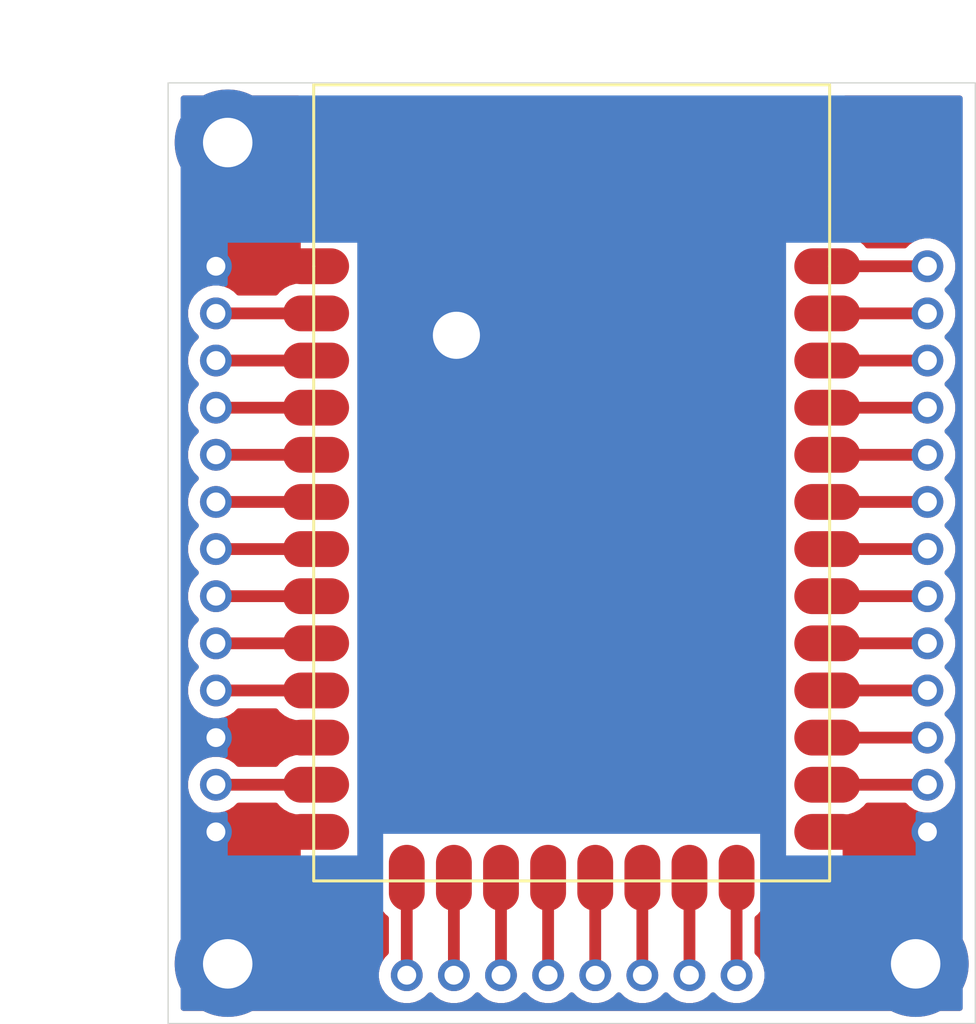
<source format=kicad_pcb>
(kicad_pcb (version 20171130) (host pcbnew "(5.1.6)-1")

  (general
    (thickness 1.6)
    (drawings 6)
    (tracks 68)
    (zones 0)
    (modules 1)
    (nets 32)
  )

  (page A4)
  (layers
    (0 F.Cu signal)
    (31 B.Cu signal)
    (32 B.Adhes user)
    (33 F.Adhes user)
    (34 B.Paste user)
    (35 F.Paste user)
    (36 B.SilkS user)
    (37 F.SilkS user)
    (38 B.Mask user)
    (39 F.Mask user)
    (40 Dwgs.User user)
    (41 Cmts.User user)
    (42 Eco1.User user)
    (43 Eco2.User user)
    (44 Edge.Cuts user)
    (45 Margin user)
    (46 B.CrtYd user)
    (47 F.CrtYd user)
    (48 B.Fab user)
    (49 F.Fab user)
  )

  (setup
    (last_trace_width 0.25)
    (user_trace_width 0.5)
    (trace_clearance 0.2)
    (zone_clearance 0.508)
    (zone_45_only no)
    (trace_min 0.2)
    (via_size 0.8)
    (via_drill 0.4)
    (via_min_size 0.4)
    (via_min_drill 0.3)
    (uvia_size 0.3)
    (uvia_drill 0.1)
    (uvias_allowed no)
    (uvia_min_size 0.2)
    (uvia_min_drill 0.1)
    (edge_width 0.05)
    (segment_width 0.2)
    (pcb_text_width 0.3)
    (pcb_text_size 1.5 1.5)
    (mod_edge_width 0.12)
    (mod_text_size 1 1)
    (mod_text_width 0.15)
    (pad_size 2.8 1.52)
    (pad_drill 0)
    (pad_to_mask_clearance 0.05)
    (aux_axis_origin 0 0)
    (grid_origin 148.7 78.78)
    (visible_elements 7FFFFFFF)
    (pcbplotparams
      (layerselection 0x010e0_ffffffff)
      (usegerberextensions false)
      (usegerberattributes true)
      (usegerberadvancedattributes true)
      (creategerberjobfile false)
      (excludeedgelayer true)
      (linewidth 0.100000)
      (plotframeref false)
      (viasonmask false)
      (mode 1)
      (useauxorigin false)
      (hpglpennumber 1)
      (hpglpenspeed 20)
      (hpglpendiameter 15.000000)
      (psnegative false)
      (psa4output false)
      (plotreference true)
      (plotvalue true)
      (plotinvisibletext false)
      (padsonsilk false)
      (subtractmaskfromsilk false)
      (outputformat 1)
      (mirror false)
      (drillshape 0)
      (scaleselection 1)
      (outputdirectory "gerbers"))
  )

  (net 0 "")
  (net 1 "Net-(U1-Pad21)")
  (net 2 "Net-(U1-Pad20)")
  (net 3 "Net-(U1-Pad19)")
  (net 4 "Net-(U1-Pad18)")
  (net 5 "Net-(U1-Pad17)")
  (net 6 "Net-(U1-Pad16)")
  (net 7 "Net-(U1-Pad15)")
  (net 8 "Net-(U1-Pad14)")
  (net 9 "Net-(U1-Pad34)")
  (net 10 "Net-(U1-Pad33)")
  (net 11 "Net-(U1-Pad32)")
  (net 12 "Net-(U1-Pad31)")
  (net 13 "Net-(U1-Pad30)")
  (net 14 "Net-(U1-Pad29)")
  (net 15 "Net-(U1-Pad28)")
  (net 16 "Net-(U1-Pad27)")
  (net 17 "Net-(U1-Pad26)")
  (net 18 "Net-(U1-Pad25)")
  (net 19 "Net-(U1-Pad24)")
  (net 20 "Net-(U1-Pad23)")
  (net 21 GND)
  (net 22 "Net-(U1-Pad12)")
  (net 23 "Net-(U1-Pad10)")
  (net 24 "Net-(U1-Pad9)")
  (net 25 "Net-(U1-Pad8)")
  (net 26 "Net-(U1-Pad7)")
  (net 27 "Net-(U1-Pad6)")
  (net 28 "Net-(U1-Pad5)")
  (net 29 "Net-(U1-Pad4)")
  (net 30 "Net-(U1-Pad3)")
  (net 31 "Net-(U1-Pad2)")

  (net_class Default "This is the default net class."
    (clearance 0.2)
    (trace_width 0.25)
    (via_dia 0.8)
    (via_drill 0.4)
    (uvia_dia 0.3)
    (uvia_drill 0.1)
    (add_net GND)
    (add_net "Net-(U1-Pad10)")
    (add_net "Net-(U1-Pad12)")
    (add_net "Net-(U1-Pad14)")
    (add_net "Net-(U1-Pad15)")
    (add_net "Net-(U1-Pad16)")
    (add_net "Net-(U1-Pad17)")
    (add_net "Net-(U1-Pad18)")
    (add_net "Net-(U1-Pad19)")
    (add_net "Net-(U1-Pad2)")
    (add_net "Net-(U1-Pad20)")
    (add_net "Net-(U1-Pad21)")
    (add_net "Net-(U1-Pad23)")
    (add_net "Net-(U1-Pad24)")
    (add_net "Net-(U1-Pad25)")
    (add_net "Net-(U1-Pad26)")
    (add_net "Net-(U1-Pad27)")
    (add_net "Net-(U1-Pad28)")
    (add_net "Net-(U1-Pad29)")
    (add_net "Net-(U1-Pad3)")
    (add_net "Net-(U1-Pad30)")
    (add_net "Net-(U1-Pad31)")
    (add_net "Net-(U1-Pad32)")
    (add_net "Net-(U1-Pad33)")
    (add_net "Net-(U1-Pad34)")
    (add_net "Net-(U1-Pad4)")
    (add_net "Net-(U1-Pad5)")
    (add_net "Net-(U1-Pad6)")
    (add_net "Net-(U1-Pad7)")
    (add_net "Net-(U1-Pad8)")
    (add_net "Net-(U1-Pad9)")
  )

  (module DIGI_XBIB:DIGI_XBIB (layer F.Cu) (tedit 602046F6) (tstamp 5FF5555E)
    (at 148.7 78.78)
    (path /5FF5D1D3)
    (fp_text reference U1 (at 0 -5.5) (layer F.SilkS) hide
      (effects (font (size 1 1) (thickness 0.15)))
    )
    (fp_text value XBEE_SX (at 0 -6.5) (layer F.Fab)
      (effects (font (size 1 1) (thickness 0.15)))
    )
    (fp_line (start 17.1 0) (end 17.1 -31.75) (layer F.Fab) (width 0.127))
    (fp_line (start 17.1 -31.75) (end -17.1 -31.75) (layer F.Fab) (width 0.127))
    (fp_line (start -17.1 -31.75) (end -17.1 0) (layer F.Fab) (width 0.127))
    (fp_line (start 17.1 0) (end 17.1 8.102) (layer F.Fab) (width 0.127))
    (fp_line (start 17.1 8.102) (end -17.1 8.102) (layer F.Fab) (width 0.127))
    (fp_line (start -17.1 8.102) (end -17.1 0) (layer F.Fab) (width 0.127))
    (fp_line (start -10.95 -24) (end -10.95 -31.7) (layer F.SilkS) (width 0.127))
    (fp_line (start -10.95 -31.7) (end 10.95 -31.7) (layer F.SilkS) (width 0.127))
    (fp_line (start 10.95 -31.7) (end 10.95 -24) (layer F.SilkS) (width 0.127))
    (fp_line (start -10.95 -24) (end -10.95 2.08) (layer F.SilkS) (width 0.127))
    (fp_line (start -10.95 2.08) (end 10.95 2.08) (layer F.SilkS) (width 0.127))
    (fp_line (start 10.95 2.08) (end 10.95 -24) (layer F.SilkS) (width 0.127))
    (pad M thru_hole rect (at -4.8925 -21.0705) (size 2.79 2.79) (drill 2) (layers *.Cu *.Mask)
      (net 21 GND))
    (pad 21 smd oval (at 7 1.95) (size 1.52 2.8) (layers F.Cu F.Paste F.Mask)
      (net 1 "Net-(U1-Pad21)"))
    (pad 20 smd oval (at 5 1.95) (size 1.52 2.8) (layers F.Cu F.Paste F.Mask)
      (net 2 "Net-(U1-Pad20)"))
    (pad 19 smd oval (at 3 1.95) (size 1.52 2.8) (layers F.Cu F.Paste F.Mask)
      (net 3 "Net-(U1-Pad19)"))
    (pad 18 smd oval (at 1 1.95) (size 1.52 2.8) (layers F.Cu F.Paste F.Mask)
      (net 4 "Net-(U1-Pad18)"))
    (pad 17 smd oval (at -1 1.95) (size 1.52 2.8) (layers F.Cu F.Paste F.Mask)
      (net 5 "Net-(U1-Pad17)"))
    (pad 16 smd oval (at -3 1.95) (size 1.52 2.8) (layers F.Cu F.Paste F.Mask)
      (net 6 "Net-(U1-Pad16)"))
    (pad 15 smd oval (at -5 1.95) (size 1.52 2.8) (layers F.Cu F.Paste F.Mask)
      (net 7 "Net-(U1-Pad15)"))
    (pad 14 smd oval (at -7 1.95) (size 1.52 2.8) (layers F.Cu F.Paste F.Mask)
      (net 8 "Net-(U1-Pad14)"))
    (pad 34 smd oval (at 10.85 -24) (size 2.8 1.52) (layers F.Cu F.Paste F.Mask)
      (net 9 "Net-(U1-Pad34)"))
    (pad 33 smd oval (at 10.85 -22) (size 2.8 1.52) (layers F.Cu F.Paste F.Mask)
      (net 10 "Net-(U1-Pad33)"))
    (pad 32 smd oval (at 10.85 -20) (size 2.8 1.52) (layers F.Cu F.Paste F.Mask)
      (net 11 "Net-(U1-Pad32)"))
    (pad 31 smd oval (at 10.85 -18) (size 2.8 1.52) (layers F.Cu F.Paste F.Mask)
      (net 12 "Net-(U1-Pad31)"))
    (pad 30 smd oval (at 10.85 -16) (size 2.8 1.52) (layers F.Cu F.Paste F.Mask)
      (net 13 "Net-(U1-Pad30)"))
    (pad 29 smd oval (at 10.85 -14) (size 2.8 1.52) (layers F.Cu F.Paste F.Mask)
      (net 14 "Net-(U1-Pad29)"))
    (pad 28 smd oval (at 10.85 -12) (size 2.8 1.52) (layers F.Cu F.Paste F.Mask)
      (net 15 "Net-(U1-Pad28)"))
    (pad 27 smd oval (at 10.85 -10) (size 2.8 1.52) (layers F.Cu F.Paste F.Mask)
      (net 16 "Net-(U1-Pad27)"))
    (pad 26 smd oval (at 10.85 -8) (size 2.8 1.52) (layers F.Cu F.Paste F.Mask)
      (net 17 "Net-(U1-Pad26)"))
    (pad 25 smd oval (at 10.85 -6) (size 2.8 1.52) (layers F.Cu F.Paste F.Mask)
      (net 18 "Net-(U1-Pad25)"))
    (pad 24 smd oval (at 10.85 -4) (size 2.8 1.52) (layers F.Cu F.Paste F.Mask)
      (net 19 "Net-(U1-Pad24)"))
    (pad 23 smd oval (at 10.85 -2) (size 2.8 1.52) (layers F.Cu F.Paste F.Mask)
      (net 20 "Net-(U1-Pad23)"))
    (pad 22 smd oval (at 10.85 0) (size 2.8 1.52) (layers F.Cu F.Paste F.Mask)
      (net 21 GND))
    (pad 13 smd oval (at -10.85 0) (size 2.8 1.52) (layers F.Cu F.Paste F.Mask)
      (net 21 GND))
    (pad 12 smd oval (at -10.85 -2) (size 2.8 1.52) (layers F.Cu F.Paste F.Mask)
      (net 22 "Net-(U1-Pad12)"))
    (pad 11 smd oval (at -10.85 -4) (size 2.8 1.52) (layers F.Cu F.Paste F.Mask)
      (net 21 GND))
    (pad 10 smd oval (at -10.85 -6) (size 2.8 1.52) (layers F.Cu F.Paste F.Mask)
      (net 23 "Net-(U1-Pad10)"))
    (pad 9 smd oval (at -10.85 -8) (size 2.8 1.52) (layers F.Cu F.Paste F.Mask)
      (net 24 "Net-(U1-Pad9)"))
    (pad 8 smd oval (at -10.85 -10) (size 2.8 1.52) (layers F.Cu F.Paste F.Mask)
      (net 25 "Net-(U1-Pad8)"))
    (pad 7 smd oval (at -10.85 -12) (size 2.8 1.52) (layers F.Cu F.Paste F.Mask)
      (net 26 "Net-(U1-Pad7)"))
    (pad 6 smd oval (at -10.85 -14) (size 2.8 1.52) (layers F.Cu F.Paste F.Mask)
      (net 27 "Net-(U1-Pad6)"))
    (pad 5 smd oval (at -10.85 -16) (size 2.8 1.52) (layers F.Cu F.Paste F.Mask)
      (net 28 "Net-(U1-Pad5)"))
    (pad 4 smd oval (at -10.85 -18) (size 2.8 1.52) (layers F.Cu F.Paste F.Mask)
      (net 29 "Net-(U1-Pad4)"))
    (pad 3 smd oval (at -10.85 -20) (size 2.8 1.52) (layers F.Cu F.Paste F.Mask)
      (net 30 "Net-(U1-Pad3)"))
    (pad 2 smd oval (at -10.85 -22) (size 2.8 1.52) (layers F.Cu F.Paste F.Mask)
      (net 31 "Net-(U1-Pad2)"))
    (pad 1 smd oval (at -10.85 -24) (size 2.8 1.52) (layers F.Cu F.Paste F.Mask)
      (net 21 GND))
    (pad 1 thru_hole circle (at -15.1 -24) (size 1.35 1.35) (drill 0.8) (layers *.Cu *.Mask)
      (net 21 GND))
    (pad 2 thru_hole circle (at -15.1 -22) (size 1.35 1.35) (drill 0.8) (layers *.Cu *.Mask)
      (net 31 "Net-(U1-Pad2)"))
    (pad 3 thru_hole circle (at -15.1 -20) (size 1.35 1.35) (drill 0.8) (layers *.Cu *.Mask)
      (net 30 "Net-(U1-Pad3)"))
    (pad 4 thru_hole circle (at -15.1 -18) (size 1.35 1.35) (drill 0.8) (layers *.Cu *.Mask)
      (net 29 "Net-(U1-Pad4)"))
    (pad 5 thru_hole circle (at -15.1 -16) (size 1.35 1.35) (drill 0.8) (layers *.Cu *.Mask)
      (net 28 "Net-(U1-Pad5)"))
    (pad 6 thru_hole circle (at -15.1 -14) (size 1.35 1.35) (drill 0.8) (layers *.Cu *.Mask)
      (net 27 "Net-(U1-Pad6)"))
    (pad 7 thru_hole circle (at -15.1 -12) (size 1.35 1.35) (drill 0.8) (layers *.Cu *.Mask)
      (net 26 "Net-(U1-Pad7)"))
    (pad 8 thru_hole circle (at -15.1 -10) (size 1.35 1.35) (drill 0.8) (layers *.Cu *.Mask)
      (net 25 "Net-(U1-Pad8)"))
    (pad 9 thru_hole circle (at -15.1 -8) (size 1.35 1.35) (drill 0.8) (layers *.Cu *.Mask)
      (net 24 "Net-(U1-Pad9)"))
    (pad 10 thru_hole circle (at -15.1 -6) (size 1.35 1.35) (drill 0.8) (layers *.Cu *.Mask)
      (net 23 "Net-(U1-Pad10)"))
    (pad 11 thru_hole circle (at -15.1 -4) (size 1.35 1.35) (drill 0.8) (layers *.Cu *.Mask)
      (net 21 GND))
    (pad 12 thru_hole circle (at -15.1 -2) (size 1.35 1.35) (drill 0.8) (layers *.Cu *.Mask)
      (net 22 "Net-(U1-Pad12)"))
    (pad 13 thru_hole circle (at -15.1 0) (size 1.35 1.35) (drill 0.8) (layers *.Cu *.Mask)
      (net 21 GND))
    (pad 14 thru_hole circle (at -7 6.082) (size 1.35 1.35) (drill 0.8) (layers *.Cu *.Mask)
      (net 8 "Net-(U1-Pad14)"))
    (pad 15 thru_hole circle (at -5 6.082) (size 1.35 1.35) (drill 0.8) (layers *.Cu *.Mask)
      (net 7 "Net-(U1-Pad15)"))
    (pad 16 thru_hole circle (at -3 6.082) (size 1.35 1.35) (drill 0.8) (layers *.Cu *.Mask)
      (net 6 "Net-(U1-Pad16)"))
    (pad 17 thru_hole circle (at -1 6.082) (size 1.35 1.35) (drill 0.8) (layers *.Cu *.Mask)
      (net 5 "Net-(U1-Pad17)"))
    (pad 18 thru_hole circle (at 1 6.082) (size 1.35 1.35) (drill 0.8) (layers *.Cu *.Mask)
      (net 4 "Net-(U1-Pad18)"))
    (pad 19 thru_hole circle (at 3 6.082) (size 1.35 1.35) (drill 0.8) (layers *.Cu *.Mask)
      (net 3 "Net-(U1-Pad19)"))
    (pad 20 thru_hole circle (at 5 6.082) (size 1.35 1.35) (drill 0.8) (layers *.Cu *.Mask)
      (net 2 "Net-(U1-Pad20)"))
    (pad 21 thru_hole circle (at 7 6.082) (size 1.35 1.35) (drill 0.8) (layers *.Cu *.Mask)
      (net 1 "Net-(U1-Pad21)"))
    (pad 22 thru_hole circle (at 15.1 0) (size 1.35 1.35) (drill 0.8) (layers *.Cu *.Mask)
      (net 21 GND))
    (pad 23 thru_hole circle (at 15.1 -2) (size 1.35 1.35) (drill 0.8) (layers *.Cu *.Mask)
      (net 20 "Net-(U1-Pad23)"))
    (pad 24 thru_hole circle (at 15.1 -4) (size 1.35 1.35) (drill 0.8) (layers *.Cu *.Mask)
      (net 19 "Net-(U1-Pad24)"))
    (pad 25 thru_hole circle (at 15.1 -6) (size 1.35 1.35) (drill 0.8) (layers *.Cu *.Mask)
      (net 18 "Net-(U1-Pad25)"))
    (pad 26 thru_hole circle (at 15.1 -8) (size 1.35 1.35) (drill 0.8) (layers *.Cu *.Mask)
      (net 17 "Net-(U1-Pad26)"))
    (pad 27 thru_hole circle (at 15.1 -10) (size 1.35 1.35) (drill 0.8) (layers *.Cu *.Mask)
      (net 16 "Net-(U1-Pad27)"))
    (pad 28 thru_hole circle (at 15.1 -12) (size 1.35 1.35) (drill 0.8) (layers *.Cu *.Mask)
      (net 15 "Net-(U1-Pad28)"))
    (pad 29 thru_hole circle (at 15.1 -14) (size 1.35 1.35) (drill 0.8) (layers *.Cu *.Mask)
      (net 14 "Net-(U1-Pad29)"))
    (pad 30 thru_hole circle (at 15.1 -16) (size 1.35 1.35) (drill 0.8) (layers *.Cu *.Mask)
      (net 13 "Net-(U1-Pad30)"))
    (pad 31 thru_hole circle (at 15.1 -18) (size 1.35 1.35) (drill 0.8) (layers *.Cu *.Mask)
      (net 12 "Net-(U1-Pad31)"))
    (pad 32 thru_hole circle (at 15.1 -20) (size 1.35 1.35) (drill 0.8) (layers *.Cu *.Mask)
      (net 11 "Net-(U1-Pad32)"))
    (pad 33 thru_hole circle (at 15.1 -22) (size 1.35 1.35) (drill 0.8) (layers *.Cu *.Mask)
      (net 10 "Net-(U1-Pad33)"))
    (pad 34 thru_hole circle (at 15.1 -24) (size 1.35 1.35) (drill 0.8) (layers *.Cu *.Mask)
      (net 9 "Net-(U1-Pad34)"))
    (pad M thru_hole circle (at 14.6 5.6) (size 4.5 4.5) (drill 2.1) (layers *.Cu *.Mask)
      (net 21 GND))
    (pad M thru_hole circle (at -14.6 5.6) (size 4.5 4.5) (drill 2.1) (layers *.Cu *.Mask)
      (net 21 GND))
    (pad M thru_hole circle (at -14.6 -29.25) (size 4.5 4.5) (drill 2.1) (layers *.Cu *.Mask)
      (net 21 GND))
    (pad 35 smd oval (at 10.85 -26) (size 2.8 1.52) (layers F.Cu F.Paste F.Mask)
      (net 21 GND))
    (pad 36 smd oval (at 10.85 -28) (size 2.8 1.52) (layers F.Cu F.Paste F.Mask))
    (pad 37 smd oval (at 10.85 -30) (size 2.8 1.52) (layers F.Cu F.Paste F.Mask)
      (net 21 GND))
  )

  (dimension 34.2 (width 0.15) (layer Dwgs.User)
    (gr_text "34.200 mm" (at 148.7 44.18) (layer Dwgs.User)
      (effects (font (size 1 1) (thickness 0.15)))
    )
    (feature1 (pts (xy 165.8 47.03) (xy 165.8 44.893579)))
    (feature2 (pts (xy 131.6 47.03) (xy 131.6 44.893579)))
    (crossbar (pts (xy 131.6 45.48) (xy 165.8 45.48)))
    (arrow1a (pts (xy 165.8 45.48) (xy 164.673496 46.066421)))
    (arrow1b (pts (xy 165.8 45.48) (xy 164.673496 44.893579)))
    (arrow2a (pts (xy 131.6 45.48) (xy 132.726504 46.066421)))
    (arrow2b (pts (xy 131.6 45.48) (xy 132.726504 44.893579)))
  )
  (dimension 39.85 (width 0.15) (layer Dwgs.User)
    (gr_text "39.850 mm" (at 128.1 66.955 270) (layer Dwgs.User)
      (effects (font (size 1 1) (thickness 0.15)))
    )
    (feature1 (pts (xy 131.6 86.88) (xy 128.813579 86.88)))
    (feature2 (pts (xy 131.6 47.03) (xy 128.813579 47.03)))
    (crossbar (pts (xy 129.4 47.03) (xy 129.4 86.88)))
    (arrow1a (pts (xy 129.4 86.88) (xy 128.813579 85.753496)))
    (arrow1b (pts (xy 129.4 86.88) (xy 129.986421 85.753496)))
    (arrow2a (pts (xy 129.4 47.03) (xy 128.813579 48.156504)))
    (arrow2b (pts (xy 129.4 47.03) (xy 129.986421 48.156504)))
  )
  (gr_line (start 131.57 47) (end 165.83 47) (layer Edge.Cuts) (width 0.05) (tstamp 5FF55D67))
  (gr_line (start 131.57 86.91) (end 131.57 47) (layer Edge.Cuts) (width 0.05))
  (gr_line (start 165.83 86.91) (end 131.57 86.91) (layer Edge.Cuts) (width 0.05))
  (gr_line (start 165.83 47) (end 165.83 86.91) (layer Edge.Cuts) (width 0.05))

  (segment (start 155.7 84.862) (end 155.7 80.73) (width 0.5) (layer F.Cu) (net 1))
  (segment (start 153.7 84.862) (end 153.7 80.73) (width 0.5) (layer F.Cu) (net 2))
  (segment (start 151.7 84.862) (end 151.7 80.73) (width 0.5) (layer F.Cu) (net 3))
  (segment (start 149.7 84.862) (end 149.7 80.73) (width 0.5) (layer F.Cu) (net 4))
  (segment (start 147.7 84.862) (end 147.7 80.73) (width 0.5) (layer F.Cu) (net 5))
  (segment (start 145.7 84.862) (end 145.7 80.73) (width 0.5) (layer F.Cu) (net 6))
  (segment (start 143.7 84.862) (end 143.7 80.73) (width 0.5) (layer F.Cu) (net 7))
  (segment (start 141.7 84.862) (end 141.7 80.73) (width 0.5) (layer F.Cu) (net 8))
  (segment (start 163.8 54.78) (end 159.55 54.78) (width 0.5) (layer F.Cu) (net 9))
  (segment (start 159.55 56.78) (end 163.8 56.78) (width 0.5) (layer F.Cu) (net 10))
  (segment (start 163.8 58.78) (end 159.55 58.78) (width 0.5) (layer F.Cu) (net 11))
  (segment (start 159.55 60.78) (end 163.8 60.78) (width 0.5) (layer F.Cu) (net 12))
  (segment (start 163.8 62.78) (end 159.55 62.78) (width 0.5) (layer F.Cu) (net 13))
  (segment (start 163.8 64.78) (end 159.55 64.78) (width 0.5) (layer F.Cu) (net 14))
  (segment (start 163.8 66.78) (end 159.55 66.78) (width 0.5) (layer F.Cu) (net 15))
  (segment (start 163.8 68.78) (end 159.55 68.78) (width 0.5) (layer F.Cu) (net 16))
  (segment (start 163.8 70.78) (end 159.55 70.78) (width 0.5) (layer F.Cu) (net 17))
  (segment (start 163.8 72.78) (end 159.55 72.78) (width 0.5) (layer F.Cu) (net 18))
  (segment (start 163.8 74.78) (end 159.55 74.78) (width 0.5) (layer F.Cu) (net 19))
  (segment (start 163.8 76.78) (end 159.55 76.78) (width 0.5) (layer F.Cu) (net 20))
  (segment (start 163.8 78.78) (end 159.55 78.78) (width 0.5) (layer F.Cu) (net 21))
  (segment (start 133.6 78.78) (end 137.85 78.78) (width 0.5) (layer F.Cu) (net 21))
  (segment (start 133.6 74.78) (end 137.85 74.78) (width 0.5) (layer F.Cu) (net 21))
  (segment (start 133.6 54.78) (end 137.85 54.78) (width 0.5) (layer F.Cu) (net 21))
  (segment (start 133.6 50.03) (end 134.1 49.53) (width 0.5) (layer F.Cu) (net 21))
  (segment (start 133.6 54.78) (end 133.6 50.03) (width 0.5) (layer F.Cu) (net 21))
  (segment (start 163.8 83.88) (end 163.3 84.38) (width 0.5) (layer F.Cu) (net 21))
  (segment (start 163.8 78.78) (end 163.8 83.88) (width 0.5) (layer F.Cu) (net 21))
  (segment (start 133.6 83.88) (end 134.1 84.38) (width 0.5) (layer F.Cu) (net 21))
  (segment (start 133.6 78.78) (end 133.6 83.88) (width 0.5) (layer F.Cu) (net 21))
  (segment (start 136.7 81.78) (end 134.1 84.38) (width 0.5) (layer B.Cu) (net 21))
  (segment (start 143.7085 57.745) (end 143.7085 73.7715) (width 0.5) (layer B.Cu) (net 21))
  (segment (start 143.7085 73.7715) (end 140.2 77.28) (width 0.5) (layer B.Cu) (net 21))
  (segment (start 140.2 77.28) (end 140.2 81.78) (width 0.5) (layer B.Cu) (net 21))
  (segment (start 140.2 81.78) (end 136.7 81.78) (width 0.5) (layer B.Cu) (net 21))
  (segment (start 132.25 77.43) (end 133.6 78.78) (width 0.25) (layer B.Cu) (net 21))
  (segment (start 132.25 76.13) (end 132.25 77.43) (width 0.25) (layer B.Cu) (net 21))
  (segment (start 133.6 74.78) (end 132.25 76.13) (width 0.25) (layer B.Cu) (net 21))
  (segment (start 143.7085 73.7885) (end 143.7085 73.7715) (width 0.5) (layer B.Cu) (net 21))
  (segment (start 146.2 76.28) (end 143.7085 73.7885) (width 0.5) (layer B.Cu) (net 21))
  (segment (start 155.2 76.28) (end 146.2 76.28) (width 0.5) (layer B.Cu) (net 21))
  (segment (start 157.2 78.28) (end 155.2 76.28) (width 0.5) (layer B.Cu) (net 21))
  (segment (start 158.2 81.78) (end 157.2 80.78) (width 0.5) (layer B.Cu) (net 21))
  (segment (start 160.7 81.78) (end 158.2 81.78) (width 0.5) (layer B.Cu) (net 21))
  (segment (start 157.2 80.78) (end 157.2 78.28) (width 0.5) (layer B.Cu) (net 21))
  (segment (start 163.3 84.38) (end 160.7 81.78) (width 0.5) (layer B.Cu) (net 21))
  (segment (start 135.95 49.53) (end 134.1 49.53) (width 0.5) (layer B.Cu) (net 21))
  (segment (start 143.7085 57.2885) (end 135.95 49.53) (width 0.5) (layer B.Cu) (net 21))
  (segment (start 143.7085 57.745) (end 143.7085 57.2885) (width 0.5) (layer B.Cu) (net 21))
  (segment (start 161.2 52.78) (end 161.908 52.072) (width 0.25) (layer F.Cu) (net 21))
  (segment (start 159.55 52.78) (end 161.2 52.78) (width 0.25) (layer F.Cu) (net 21))
  (segment (start 161.2 48.78) (end 159.55 48.78) (width 0.25) (layer F.Cu) (net 21))
  (segment (start 161.908 49.488) (end 161.2 48.78) (width 0.25) (layer F.Cu) (net 21))
  (segment (start 161.908 52.072) (end 161.908 49.488) (width 0.25) (layer F.Cu) (net 21))
  (segment (start 165.1465 53.1895) (end 165.1465 77.4335) (width 0.25) (layer F.Cu) (net 21))
  (segment (start 165.1465 77.4335) (end 163.8 78.78) (width 0.25) (layer F.Cu) (net 21))
  (segment (start 161.908 52.072) (end 164.029 52.072) (width 0.25) (layer F.Cu) (net 21))
  (segment (start 164.029 52.072) (end 165.1465 53.1895) (width 0.25) (layer F.Cu) (net 21))
  (segment (start 133.6 76.78) (end 137.85 76.78) (width 0.5) (layer F.Cu) (net 22))
  (segment (start 133.6 72.78) (end 137.85 72.78) (width 0.5) (layer F.Cu) (net 23))
  (segment (start 133.6 70.78) (end 137.85 70.78) (width 0.5) (layer F.Cu) (net 24))
  (segment (start 133.6 68.78) (end 137.85 68.78) (width 0.5) (layer F.Cu) (net 25))
  (segment (start 133.6 66.78) (end 137.85 66.78) (width 0.5) (layer F.Cu) (net 26))
  (segment (start 133.6 64.78) (end 137.85 64.78) (width 0.5) (layer F.Cu) (net 27))
  (segment (start 133.6 62.78) (end 137.85 62.78) (width 0.5) (layer F.Cu) (net 28))
  (segment (start 133.6 60.78) (end 137.85 60.78) (width 0.5) (layer F.Cu) (net 29))
  (segment (start 133.6 58.78) (end 137.85 58.78) (width 0.5) (layer F.Cu) (net 30))
  (segment (start 133.6 56.78) (end 137.85 56.78) (width 0.5) (layer F.Cu) (net 31))

  (zone (net 21) (net_name GND) (layer F.Cu) (tstamp 6065637C) (hatch edge 0.508)
    (connect_pads yes (clearance 0.508))
    (min_thickness 0.254)
    (fill yes (arc_segments 32) (thermal_gap 0.508) (thermal_bridge_width 0.508))
    (polygon
      (pts
        (xy 165.81 86.88) (xy 131.6 86.88) (xy 131.6 47.03) (xy 165.8 47.03)
      )
    )
    (filled_polygon
      (pts
        (xy 137.073 55.391744) (xy 136.936532 55.405185) (xy 136.673574 55.484953) (xy 136.43123 55.614488) (xy 136.218814 55.788814)
        (xy 136.131669 55.895) (xy 134.567621 55.895) (xy 134.435077 55.762456) (xy 134.220518 55.619093) (xy 133.982113 55.520342)
        (xy 133.729024 55.47) (xy 133.470976 55.47) (xy 133.217887 55.520342) (xy 132.979482 55.619093) (xy 132.764923 55.762456)
        (xy 132.582456 55.944923) (xy 132.439093 56.159482) (xy 132.340342 56.397887) (xy 132.29 56.650976) (xy 132.29 56.909024)
        (xy 132.340342 57.162113) (xy 132.439093 57.400518) (xy 132.582456 57.615077) (xy 132.747379 57.78) (xy 132.582456 57.944923)
        (xy 132.439093 58.159482) (xy 132.340342 58.397887) (xy 132.29 58.650976) (xy 132.29 58.909024) (xy 132.340342 59.162113)
        (xy 132.439093 59.400518) (xy 132.582456 59.615077) (xy 132.747379 59.78) (xy 132.582456 59.944923) (xy 132.439093 60.159482)
        (xy 132.340342 60.397887) (xy 132.29 60.650976) (xy 132.29 60.909024) (xy 132.340342 61.162113) (xy 132.439093 61.400518)
        (xy 132.582456 61.615077) (xy 132.747379 61.78) (xy 132.582456 61.944923) (xy 132.439093 62.159482) (xy 132.340342 62.397887)
        (xy 132.29 62.650976) (xy 132.29 62.909024) (xy 132.340342 63.162113) (xy 132.439093 63.400518) (xy 132.582456 63.615077)
        (xy 132.747379 63.78) (xy 132.582456 63.944923) (xy 132.439093 64.159482) (xy 132.340342 64.397887) (xy 132.29 64.650976)
        (xy 132.29 64.909024) (xy 132.340342 65.162113) (xy 132.439093 65.400518) (xy 132.582456 65.615077) (xy 132.747379 65.78)
        (xy 132.582456 65.944923) (xy 132.439093 66.159482) (xy 132.340342 66.397887) (xy 132.29 66.650976) (xy 132.29 66.909024)
        (xy 132.340342 67.162113) (xy 132.439093 67.400518) (xy 132.582456 67.615077) (xy 132.747379 67.78) (xy 132.582456 67.944923)
        (xy 132.439093 68.159482) (xy 132.340342 68.397887) (xy 132.29 68.650976) (xy 132.29 68.909024) (xy 132.340342 69.162113)
        (xy 132.439093 69.400518) (xy 132.582456 69.615077) (xy 132.747379 69.78) (xy 132.582456 69.944923) (xy 132.439093 70.159482)
        (xy 132.340342 70.397887) (xy 132.29 70.650976) (xy 132.29 70.909024) (xy 132.340342 71.162113) (xy 132.439093 71.400518)
        (xy 132.582456 71.615077) (xy 132.747379 71.78) (xy 132.582456 71.944923) (xy 132.439093 72.159482) (xy 132.340342 72.397887)
        (xy 132.29 72.650976) (xy 132.29 72.909024) (xy 132.340342 73.162113) (xy 132.439093 73.400518) (xy 132.582456 73.615077)
        (xy 132.764923 73.797544) (xy 132.979482 73.940907) (xy 133.217887 74.039658) (xy 133.470976 74.09) (xy 133.729024 74.09)
        (xy 133.982113 74.039658) (xy 134.220518 73.940907) (xy 134.435077 73.797544) (xy 134.567621 73.665) (xy 136.131669 73.665)
        (xy 136.218814 73.771186) (xy 136.43123 73.945512) (xy 136.673574 74.075047) (xy 136.936532 74.154815) (xy 137.073 74.168256)
        (xy 137.073 75.391744) (xy 136.936532 75.405185) (xy 136.673574 75.484953) (xy 136.43123 75.614488) (xy 136.218814 75.788814)
        (xy 136.131669 75.895) (xy 134.567621 75.895) (xy 134.435077 75.762456) (xy 134.220518 75.619093) (xy 133.982113 75.520342)
        (xy 133.729024 75.47) (xy 133.470976 75.47) (xy 133.217887 75.520342) (xy 132.979482 75.619093) (xy 132.764923 75.762456)
        (xy 132.582456 75.944923) (xy 132.439093 76.159482) (xy 132.340342 76.397887) (xy 132.29 76.650976) (xy 132.29 76.909024)
        (xy 132.340342 77.162113) (xy 132.439093 77.400518) (xy 132.582456 77.615077) (xy 132.764923 77.797544) (xy 132.979482 77.940907)
        (xy 133.217887 78.039658) (xy 133.470976 78.09) (xy 133.729024 78.09) (xy 133.982113 78.039658) (xy 134.220518 77.940907)
        (xy 134.435077 77.797544) (xy 134.567621 77.665) (xy 136.131669 77.665) (xy 136.218814 77.771186) (xy 136.43123 77.945512)
        (xy 136.673574 78.075047) (xy 136.936532 78.154815) (xy 137.073 78.168256) (xy 137.073 81.38) (xy 137.07544 81.404776)
        (xy 137.082667 81.428601) (xy 137.094403 81.450557) (xy 137.110197 81.469803) (xy 137.129443 81.485597) (xy 137.151399 81.497333)
        (xy 137.175224 81.50456) (xy 137.2 81.507) (xy 140.311744 81.507) (xy 140.325185 81.643468) (xy 140.404953 81.906426)
        (xy 140.534489 82.14877) (xy 140.708815 82.361186) (xy 140.815001 82.448331) (xy 140.815 83.894379) (xy 140.682456 84.026923)
        (xy 140.539093 84.241482) (xy 140.440342 84.479887) (xy 140.39 84.732976) (xy 140.39 84.991024) (xy 140.440342 85.244113)
        (xy 140.539093 85.482518) (xy 140.682456 85.697077) (xy 140.864923 85.879544) (xy 141.079482 86.022907) (xy 141.317887 86.121658)
        (xy 141.570976 86.172) (xy 141.829024 86.172) (xy 142.082113 86.121658) (xy 142.320518 86.022907) (xy 142.535077 85.879544)
        (xy 142.7 85.714621) (xy 142.864923 85.879544) (xy 143.079482 86.022907) (xy 143.317887 86.121658) (xy 143.570976 86.172)
        (xy 143.829024 86.172) (xy 144.082113 86.121658) (xy 144.320518 86.022907) (xy 144.535077 85.879544) (xy 144.7 85.714621)
        (xy 144.864923 85.879544) (xy 145.079482 86.022907) (xy 145.317887 86.121658) (xy 145.570976 86.172) (xy 145.829024 86.172)
        (xy 146.082113 86.121658) (xy 146.320518 86.022907) (xy 146.535077 85.879544) (xy 146.7 85.714621) (xy 146.864923 85.879544)
        (xy 147.079482 86.022907) (xy 147.317887 86.121658) (xy 147.570976 86.172) (xy 147.829024 86.172) (xy 148.082113 86.121658)
        (xy 148.320518 86.022907) (xy 148.535077 85.879544) (xy 148.7 85.714621) (xy 148.864923 85.879544) (xy 149.079482 86.022907)
        (xy 149.317887 86.121658) (xy 149.570976 86.172) (xy 149.829024 86.172) (xy 150.082113 86.121658) (xy 150.320518 86.022907)
        (xy 150.535077 85.879544) (xy 150.7 85.714621) (xy 150.864923 85.879544) (xy 151.079482 86.022907) (xy 151.317887 86.121658)
        (xy 151.570976 86.172) (xy 151.829024 86.172) (xy 152.082113 86.121658) (xy 152.320518 86.022907) (xy 152.535077 85.879544)
        (xy 152.7 85.714621) (xy 152.864923 85.879544) (xy 153.079482 86.022907) (xy 153.317887 86.121658) (xy 153.570976 86.172)
        (xy 153.829024 86.172) (xy 154.082113 86.121658) (xy 154.320518 86.022907) (xy 154.535077 85.879544) (xy 154.7 85.714621)
        (xy 154.864923 85.879544) (xy 155.079482 86.022907) (xy 155.317887 86.121658) (xy 155.570976 86.172) (xy 155.829024 86.172)
        (xy 156.082113 86.121658) (xy 156.320518 86.022907) (xy 156.535077 85.879544) (xy 156.717544 85.697077) (xy 156.860907 85.482518)
        (xy 156.959658 85.244113) (xy 157.01 84.991024) (xy 157.01 84.732976) (xy 156.959658 84.479887) (xy 156.860907 84.241482)
        (xy 156.717544 84.026923) (xy 156.585 83.894379) (xy 156.585 82.448331) (xy 156.691186 82.361186) (xy 156.865512 82.14877)
        (xy 156.995047 81.906426) (xy 157.074815 81.643468) (xy 157.088256 81.507) (xy 160.2 81.507) (xy 160.224776 81.50456)
        (xy 160.248601 81.497333) (xy 160.270557 81.485597) (xy 160.289803 81.469803) (xy 160.305597 81.450557) (xy 160.317333 81.428601)
        (xy 160.32456 81.404776) (xy 160.327 81.38) (xy 160.327 78.168256) (xy 160.463468 78.154815) (xy 160.726426 78.075047)
        (xy 160.96877 77.945512) (xy 161.181186 77.771186) (xy 161.268331 77.665) (xy 162.832379 77.665) (xy 162.964923 77.797544)
        (xy 163.179482 77.940907) (xy 163.417887 78.039658) (xy 163.670976 78.09) (xy 163.929024 78.09) (xy 164.182113 78.039658)
        (xy 164.420518 77.940907) (xy 164.635077 77.797544) (xy 164.817544 77.615077) (xy 164.960907 77.400518) (xy 165.059658 77.162113)
        (xy 165.11 76.909024) (xy 165.11 76.650976) (xy 165.059658 76.397887) (xy 164.960907 76.159482) (xy 164.817544 75.944923)
        (xy 164.652621 75.78) (xy 164.817544 75.615077) (xy 164.960907 75.400518) (xy 165.059658 75.162113) (xy 165.11 74.909024)
        (xy 165.11 74.650976) (xy 165.059658 74.397887) (xy 164.960907 74.159482) (xy 164.817544 73.944923) (xy 164.652621 73.78)
        (xy 164.817544 73.615077) (xy 164.960907 73.400518) (xy 165.059658 73.162113) (xy 165.11 72.909024) (xy 165.11 72.650976)
        (xy 165.059658 72.397887) (xy 164.960907 72.159482) (xy 164.817544 71.944923) (xy 164.652621 71.78) (xy 164.817544 71.615077)
        (xy 164.960907 71.400518) (xy 165.059658 71.162113) (xy 165.11 70.909024) (xy 165.11 70.650976) (xy 165.059658 70.397887)
        (xy 164.960907 70.159482) (xy 164.817544 69.944923) (xy 164.652621 69.78) (xy 164.817544 69.615077) (xy 164.960907 69.400518)
        (xy 165.059658 69.162113) (xy 165.11 68.909024) (xy 165.11 68.650976) (xy 165.059658 68.397887) (xy 164.960907 68.159482)
        (xy 164.817544 67.944923) (xy 164.652621 67.78) (xy 164.817544 67.615077) (xy 164.960907 67.400518) (xy 165.059658 67.162113)
        (xy 165.11 66.909024) (xy 165.11 66.650976) (xy 165.059658 66.397887) (xy 164.960907 66.159482) (xy 164.817544 65.944923)
        (xy 164.652621 65.78) (xy 164.817544 65.615077) (xy 164.960907 65.400518) (xy 165.059658 65.162113) (xy 165.11 64.909024)
        (xy 165.11 64.650976) (xy 165.059658 64.397887) (xy 164.960907 64.159482) (xy 164.817544 63.944923) (xy 164.652621 63.78)
        (xy 164.817544 63.615077) (xy 164.960907 63.400518) (xy 165.059658 63.162113) (xy 165.11 62.909024) (xy 165.11 62.650976)
        (xy 165.059658 62.397887) (xy 164.960907 62.159482) (xy 164.817544 61.944923) (xy 164.652621 61.78) (xy 164.817544 61.615077)
        (xy 164.960907 61.400518) (xy 165.059658 61.162113) (xy 165.11 60.909024) (xy 165.11 60.650976) (xy 165.059658 60.397887)
        (xy 164.960907 60.159482) (xy 164.817544 59.944923) (xy 164.652621 59.78) (xy 164.817544 59.615077) (xy 164.960907 59.400518)
        (xy 165.059658 59.162113) (xy 165.11 58.909024) (xy 165.11 58.650976) (xy 165.059658 58.397887) (xy 164.960907 58.159482)
        (xy 164.817544 57.944923) (xy 164.652621 57.78) (xy 164.817544 57.615077) (xy 164.960907 57.400518) (xy 165.059658 57.162113)
        (xy 165.11 56.909024) (xy 165.11 56.650976) (xy 165.059658 56.397887) (xy 164.960907 56.159482) (xy 164.817544 55.944923)
        (xy 164.652621 55.78) (xy 164.817544 55.615077) (xy 164.960907 55.400518) (xy 165.059658 55.162113) (xy 165.11 54.909024)
        (xy 165.11 54.650976) (xy 165.059658 54.397887) (xy 164.960907 54.159482) (xy 164.817544 53.944923) (xy 164.635077 53.762456)
        (xy 164.420518 53.619093) (xy 164.182113 53.520342) (xy 163.929024 53.47) (xy 163.670976 53.47) (xy 163.417887 53.520342)
        (xy 163.179482 53.619093) (xy 162.964923 53.762456) (xy 162.832379 53.895) (xy 161.268331 53.895) (xy 161.181186 53.788814)
        (xy 160.96877 53.614488) (xy 160.726426 53.484953) (xy 160.463468 53.405185) (xy 160.327 53.391744) (xy 160.327 52.168256)
        (xy 160.463468 52.154815) (xy 160.726426 52.075047) (xy 160.96877 51.945512) (xy 161.181186 51.771186) (xy 161.355512 51.55877)
        (xy 161.485047 51.316426) (xy 161.564815 51.053468) (xy 161.591749 50.78) (xy 161.564815 50.506532) (xy 161.485047 50.243574)
        (xy 161.355512 50.00123) (xy 161.181186 49.788814) (xy 160.96877 49.614488) (xy 160.726426 49.484953) (xy 160.463468 49.405185)
        (xy 160.327 49.391744) (xy 160.327 47.66) (xy 165.17 47.66) (xy 165.170001 86.25) (xy 132.23 86.25)
        (xy 132.23 47.66) (xy 137.073 47.66)
      )
    )
  )
  (zone (net 21) (net_name GND) (layer B.Cu) (tstamp 60656379) (hatch edge 0.508)
    (connect_pads yes (clearance 0.508))
    (min_thickness 0.254)
    (fill yes (arc_segments 32) (thermal_gap 0.508) (thermal_bridge_width 0.508))
    (polygon
      (pts
        (xy 165.83 86.88) (xy 131.6 86.88) (xy 131.6 47) (xy 165.83 47)
      )
    )
    (filled_polygon
      (pts
        (xy 165.170001 86.25) (xy 132.23 86.25) (xy 132.23 84.732976) (xy 140.39 84.732976) (xy 140.39 84.991024)
        (xy 140.440342 85.244113) (xy 140.539093 85.482518) (xy 140.682456 85.697077) (xy 140.864923 85.879544) (xy 141.079482 86.022907)
        (xy 141.317887 86.121658) (xy 141.570976 86.172) (xy 141.829024 86.172) (xy 142.082113 86.121658) (xy 142.320518 86.022907)
        (xy 142.535077 85.879544) (xy 142.7 85.714621) (xy 142.864923 85.879544) (xy 143.079482 86.022907) (xy 143.317887 86.121658)
        (xy 143.570976 86.172) (xy 143.829024 86.172) (xy 144.082113 86.121658) (xy 144.320518 86.022907) (xy 144.535077 85.879544)
        (xy 144.7 85.714621) (xy 144.864923 85.879544) (xy 145.079482 86.022907) (xy 145.317887 86.121658) (xy 145.570976 86.172)
        (xy 145.829024 86.172) (xy 146.082113 86.121658) (xy 146.320518 86.022907) (xy 146.535077 85.879544) (xy 146.7 85.714621)
        (xy 146.864923 85.879544) (xy 147.079482 86.022907) (xy 147.317887 86.121658) (xy 147.570976 86.172) (xy 147.829024 86.172)
        (xy 148.082113 86.121658) (xy 148.320518 86.022907) (xy 148.535077 85.879544) (xy 148.7 85.714621) (xy 148.864923 85.879544)
        (xy 149.079482 86.022907) (xy 149.317887 86.121658) (xy 149.570976 86.172) (xy 149.829024 86.172) (xy 150.082113 86.121658)
        (xy 150.320518 86.022907) (xy 150.535077 85.879544) (xy 150.7 85.714621) (xy 150.864923 85.879544) (xy 151.079482 86.022907)
        (xy 151.317887 86.121658) (xy 151.570976 86.172) (xy 151.829024 86.172) (xy 152.082113 86.121658) (xy 152.320518 86.022907)
        (xy 152.535077 85.879544) (xy 152.7 85.714621) (xy 152.864923 85.879544) (xy 153.079482 86.022907) (xy 153.317887 86.121658)
        (xy 153.570976 86.172) (xy 153.829024 86.172) (xy 154.082113 86.121658) (xy 154.320518 86.022907) (xy 154.535077 85.879544)
        (xy 154.7 85.714621) (xy 154.864923 85.879544) (xy 155.079482 86.022907) (xy 155.317887 86.121658) (xy 155.570976 86.172)
        (xy 155.829024 86.172) (xy 156.082113 86.121658) (xy 156.320518 86.022907) (xy 156.535077 85.879544) (xy 156.717544 85.697077)
        (xy 156.860907 85.482518) (xy 156.959658 85.244113) (xy 157.01 84.991024) (xy 157.01 84.732976) (xy 156.959658 84.479887)
        (xy 156.860907 84.241482) (xy 156.827 84.190736) (xy 156.827 78.862) (xy 156.82456 78.837224) (xy 156.817333 78.813399)
        (xy 156.805597 78.791443) (xy 156.789803 78.772197) (xy 156.770557 78.756403) (xy 156.748601 78.744667) (xy 156.724776 78.73744)
        (xy 156.7 78.735) (xy 140.7 78.735) (xy 140.675224 78.73744) (xy 140.651399 78.744667) (xy 140.629443 78.756403)
        (xy 140.610197 78.772197) (xy 140.594403 78.791443) (xy 140.582667 78.813399) (xy 140.57544 78.837224) (xy 140.573 78.862)
        (xy 140.573 84.190736) (xy 140.539093 84.241482) (xy 140.440342 84.479887) (xy 140.39 84.732976) (xy 132.23 84.732976)
        (xy 132.23 56.650976) (xy 132.29 56.650976) (xy 132.29 56.909024) (xy 132.340342 57.162113) (xy 132.439093 57.400518)
        (xy 132.582456 57.615077) (xy 132.747379 57.78) (xy 132.582456 57.944923) (xy 132.439093 58.159482) (xy 132.340342 58.397887)
        (xy 132.29 58.650976) (xy 132.29 58.909024) (xy 132.340342 59.162113) (xy 132.439093 59.400518) (xy 132.582456 59.615077)
        (xy 132.747379 59.78) (xy 132.582456 59.944923) (xy 132.439093 60.159482) (xy 132.340342 60.397887) (xy 132.29 60.650976)
        (xy 132.29 60.909024) (xy 132.340342 61.162113) (xy 132.439093 61.400518) (xy 132.582456 61.615077) (xy 132.747379 61.78)
        (xy 132.582456 61.944923) (xy 132.439093 62.159482) (xy 132.340342 62.397887) (xy 132.29 62.650976) (xy 132.29 62.909024)
        (xy 132.340342 63.162113) (xy 132.439093 63.400518) (xy 132.582456 63.615077) (xy 132.747379 63.78) (xy 132.582456 63.944923)
        (xy 132.439093 64.159482) (xy 132.340342 64.397887) (xy 132.29 64.650976) (xy 132.29 64.909024) (xy 132.340342 65.162113)
        (xy 132.439093 65.400518) (xy 132.582456 65.615077) (xy 132.747379 65.78) (xy 132.582456 65.944923) (xy 132.439093 66.159482)
        (xy 132.340342 66.397887) (xy 132.29 66.650976) (xy 132.29 66.909024) (xy 132.340342 67.162113) (xy 132.439093 67.400518)
        (xy 132.582456 67.615077) (xy 132.747379 67.78) (xy 132.582456 67.944923) (xy 132.439093 68.159482) (xy 132.340342 68.397887)
        (xy 132.29 68.650976) (xy 132.29 68.909024) (xy 132.340342 69.162113) (xy 132.439093 69.400518) (xy 132.582456 69.615077)
        (xy 132.747379 69.78) (xy 132.582456 69.944923) (xy 132.439093 70.159482) (xy 132.340342 70.397887) (xy 132.29 70.650976)
        (xy 132.29 70.909024) (xy 132.340342 71.162113) (xy 132.439093 71.400518) (xy 132.582456 71.615077) (xy 132.747379 71.78)
        (xy 132.582456 71.944923) (xy 132.439093 72.159482) (xy 132.340342 72.397887) (xy 132.29 72.650976) (xy 132.29 72.909024)
        (xy 132.340342 73.162113) (xy 132.439093 73.400518) (xy 132.582456 73.615077) (xy 132.764923 73.797544) (xy 132.979482 73.940907)
        (xy 133.217887 74.039658) (xy 133.470976 74.09) (xy 133.729024 74.09) (xy 133.973 74.041471) (xy 133.973 75.518529)
        (xy 133.729024 75.47) (xy 133.470976 75.47) (xy 133.217887 75.520342) (xy 132.979482 75.619093) (xy 132.764923 75.762456)
        (xy 132.582456 75.944923) (xy 132.439093 76.159482) (xy 132.340342 76.397887) (xy 132.29 76.650976) (xy 132.29 76.909024)
        (xy 132.340342 77.162113) (xy 132.439093 77.400518) (xy 132.582456 77.615077) (xy 132.764923 77.797544) (xy 132.979482 77.940907)
        (xy 133.217887 78.039658) (xy 133.470976 78.09) (xy 133.729024 78.09) (xy 133.973 78.041471) (xy 133.973 79.78)
        (xy 133.97544 79.804776) (xy 133.982667 79.828601) (xy 133.994403 79.850557) (xy 134.010197 79.869803) (xy 134.029443 79.885597)
        (xy 134.051399 79.897333) (xy 134.075224 79.90456) (xy 134.1 79.907) (xy 139.6 79.907) (xy 139.624776 79.90456)
        (xy 139.648601 79.897333) (xy 139.670557 79.885597) (xy 139.689803 79.869803) (xy 139.705597 79.850557) (xy 139.717333 79.828601)
        (xy 139.72456 79.804776) (xy 139.727 79.78) (xy 139.727 53.78) (xy 157.673 53.78) (xy 157.673 79.78)
        (xy 157.67544 79.804776) (xy 157.682667 79.828601) (xy 157.694403 79.850557) (xy 157.710197 79.869803) (xy 157.729443 79.885597)
        (xy 157.751399 79.897333) (xy 157.775224 79.90456) (xy 157.8 79.907) (xy 163.3 79.907) (xy 163.324776 79.90456)
        (xy 163.348601 79.897333) (xy 163.370557 79.885597) (xy 163.389803 79.869803) (xy 163.405597 79.850557) (xy 163.417333 79.828601)
        (xy 163.42456 79.804776) (xy 163.427 79.78) (xy 163.427 78.041471) (xy 163.670976 78.09) (xy 163.929024 78.09)
        (xy 164.182113 78.039658) (xy 164.420518 77.940907) (xy 164.635077 77.797544) (xy 164.817544 77.615077) (xy 164.960907 77.400518)
        (xy 165.059658 77.162113) (xy 165.11 76.909024) (xy 165.11 76.650976) (xy 165.059658 76.397887) (xy 164.960907 76.159482)
        (xy 164.817544 75.944923) (xy 164.652621 75.78) (xy 164.817544 75.615077) (xy 164.960907 75.400518) (xy 165.059658 75.162113)
        (xy 165.11 74.909024) (xy 165.11 74.650976) (xy 165.059658 74.397887) (xy 164.960907 74.159482) (xy 164.817544 73.944923)
        (xy 164.652621 73.78) (xy 164.817544 73.615077) (xy 164.960907 73.400518) (xy 165.059658 73.162113) (xy 165.11 72.909024)
        (xy 165.11 72.650976) (xy 165.059658 72.397887) (xy 164.960907 72.159482) (xy 164.817544 71.944923) (xy 164.652621 71.78)
        (xy 164.817544 71.615077) (xy 164.960907 71.400518) (xy 165.059658 71.162113) (xy 165.11 70.909024) (xy 165.11 70.650976)
        (xy 165.059658 70.397887) (xy 164.960907 70.159482) (xy 164.817544 69.944923) (xy 164.652621 69.78) (xy 164.817544 69.615077)
        (xy 164.960907 69.400518) (xy 165.059658 69.162113) (xy 165.11 68.909024) (xy 165.11 68.650976) (xy 165.059658 68.397887)
        (xy 164.960907 68.159482) (xy 164.817544 67.944923) (xy 164.652621 67.78) (xy 164.817544 67.615077) (xy 164.960907 67.400518)
        (xy 165.059658 67.162113) (xy 165.11 66.909024) (xy 165.11 66.650976) (xy 165.059658 66.397887) (xy 164.960907 66.159482)
        (xy 164.817544 65.944923) (xy 164.652621 65.78) (xy 164.817544 65.615077) (xy 164.960907 65.400518) (xy 165.059658 65.162113)
        (xy 165.11 64.909024) (xy 165.11 64.650976) (xy 165.059658 64.397887) (xy 164.960907 64.159482) (xy 164.817544 63.944923)
        (xy 164.652621 63.78) (xy 164.817544 63.615077) (xy 164.960907 63.400518) (xy 165.059658 63.162113) (xy 165.11 62.909024)
        (xy 165.11 62.650976) (xy 165.059658 62.397887) (xy 164.960907 62.159482) (xy 164.817544 61.944923) (xy 164.652621 61.78)
        (xy 164.817544 61.615077) (xy 164.960907 61.400518) (xy 165.059658 61.162113) (xy 165.11 60.909024) (xy 165.11 60.650976)
        (xy 165.059658 60.397887) (xy 164.960907 60.159482) (xy 164.817544 59.944923) (xy 164.652621 59.78) (xy 164.817544 59.615077)
        (xy 164.960907 59.400518) (xy 165.059658 59.162113) (xy 165.11 58.909024) (xy 165.11 58.650976) (xy 165.059658 58.397887)
        (xy 164.960907 58.159482) (xy 164.817544 57.944923) (xy 164.652621 57.78) (xy 164.817544 57.615077) (xy 164.960907 57.400518)
        (xy 165.059658 57.162113) (xy 165.11 56.909024) (xy 165.11 56.650976) (xy 165.059658 56.397887) (xy 164.960907 56.159482)
        (xy 164.817544 55.944923) (xy 164.652621 55.78) (xy 164.817544 55.615077) (xy 164.960907 55.400518) (xy 165.059658 55.162113)
        (xy 165.11 54.909024) (xy 165.11 54.650976) (xy 165.059658 54.397887) (xy 164.960907 54.159482) (xy 164.817544 53.944923)
        (xy 164.635077 53.762456) (xy 164.420518 53.619093) (xy 164.182113 53.520342) (xy 163.929024 53.47) (xy 163.670976 53.47)
        (xy 163.417887 53.520342) (xy 163.179482 53.619093) (xy 163.128736 53.653) (xy 157.8 53.653) (xy 157.775224 53.65544)
        (xy 157.751399 53.662667) (xy 157.729443 53.674403) (xy 157.710197 53.690197) (xy 157.694403 53.709443) (xy 157.682667 53.731399)
        (xy 157.67544 53.755224) (xy 157.673 53.78) (xy 139.727 53.78) (xy 139.72456 53.755224) (xy 139.717333 53.731399)
        (xy 139.705597 53.709443) (xy 139.689803 53.690197) (xy 139.670557 53.674403) (xy 139.648601 53.662667) (xy 139.624776 53.65544)
        (xy 139.6 53.653) (xy 134.1 53.653) (xy 134.075224 53.65544) (xy 134.051399 53.662667) (xy 134.029443 53.674403)
        (xy 134.010197 53.690197) (xy 133.994403 53.709443) (xy 133.982667 53.731399) (xy 133.97544 53.755224) (xy 133.973 53.78)
        (xy 133.973 55.518529) (xy 133.729024 55.47) (xy 133.470976 55.47) (xy 133.217887 55.520342) (xy 132.979482 55.619093)
        (xy 132.764923 55.762456) (xy 132.582456 55.944923) (xy 132.439093 56.159482) (xy 132.340342 56.397887) (xy 132.29 56.650976)
        (xy 132.23 56.650976) (xy 132.23 47.66) (xy 165.17 47.66)
      )
    )
  )
  (zone (net 0) (net_name "") (layer B.Cu) (tstamp 0) (hatch edge 0.508)
    (connect_pads (clearance 0.508))
    (min_thickness 0.254)
    (keepout (tracks allowed) (vias allowed) (copperpour not_allowed))
    (fill (arc_segments 32) (thermal_gap 0.508) (thermal_bridge_width 0.508))
    (polygon
      (pts
        (xy 163.3 79.78) (xy 157.8 79.78) (xy 157.8 53.78) (xy 163.3 53.78)
      )
    )
  )
  (zone (net 0) (net_name "") (layer B.Cu) (tstamp 0) (hatch edge 0.508)
    (connect_pads (clearance 0.508))
    (min_thickness 0.254)
    (keepout (tracks allowed) (vias allowed) (copperpour not_allowed))
    (fill (arc_segments 32) (thermal_gap 0.508) (thermal_bridge_width 0.508))
    (polygon
      (pts
        (xy 139.6 79.78) (xy 134.1 79.78) (xy 134.1 53.78) (xy 139.6 53.78)
      )
    )
  )
  (zone (net 0) (net_name "") (layer B.Cu) (tstamp 0) (hatch edge 0.508)
    (connect_pads (clearance 0.508))
    (min_thickness 0.254)
    (keepout (tracks allowed) (vias allowed) (copperpour not_allowed))
    (fill (arc_segments 32) (thermal_gap 0.508) (thermal_bridge_width 0.508))
    (polygon
      (pts
        (xy 156.7 84.362) (xy 140.7 84.362) (xy 140.7 78.862) (xy 156.7 78.862)
      )
    )
  )
  (zone (net 0) (net_name "") (layer F.Cu) (tstamp 0) (hatch edge 0.508)
    (connect_pads (clearance 0.508))
    (min_thickness 0.254)
    (keepout (tracks allowed) (vias allowed) (copperpour not_allowed))
    (fill (arc_segments 32) (thermal_gap 0.508) (thermal_bridge_width 0.508))
    (polygon
      (pts
        (xy 160.2 81.38) (xy 137.2 81.38) (xy 137.2 47.28) (xy 160.2 47.28)
      )
    )
  )
)

</source>
